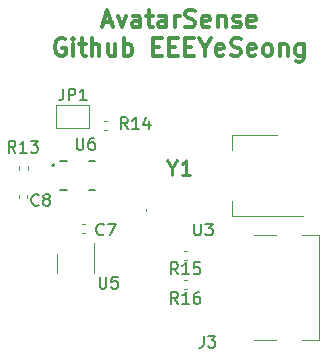
<source format=gbr>
%TF.GenerationSoftware,KiCad,Pcbnew,(6.0.7)*%
%TF.CreationDate,2025-06-10T03:21:35+09:00*%
%TF.ProjectId,AvatarSense,41766174-6172-4536-956e-73652e6b6963,rev?*%
%TF.SameCoordinates,Original*%
%TF.FileFunction,Legend,Top*%
%TF.FilePolarity,Positive*%
%FSLAX46Y46*%
G04 Gerber Fmt 4.6, Leading zero omitted, Abs format (unit mm)*
G04 Created by KiCad (PCBNEW (6.0.7)) date 2025-06-10 03:21:35*
%MOMM*%
%LPD*%
G01*
G04 APERTURE LIST*
%ADD10C,0.300000*%
%ADD11C,0.150000*%
%ADD12C,0.254000*%
%ADD13C,0.120000*%
%ADD14C,0.127000*%
%ADD15C,0.200000*%
%ADD16C,0.100000*%
G04 APERTURE END LIST*
D10*
X122160714Y-102042500D02*
X122875000Y-102042500D01*
X122017857Y-102471071D02*
X122517857Y-100971071D01*
X123017857Y-102471071D01*
X123375000Y-101471071D02*
X123732142Y-102471071D01*
X124089285Y-101471071D01*
X125303571Y-102471071D02*
X125303571Y-101685357D01*
X125232142Y-101542500D01*
X125089285Y-101471071D01*
X124803571Y-101471071D01*
X124660714Y-101542500D01*
X125303571Y-102399642D02*
X125160714Y-102471071D01*
X124803571Y-102471071D01*
X124660714Y-102399642D01*
X124589285Y-102256785D01*
X124589285Y-102113928D01*
X124660714Y-101971071D01*
X124803571Y-101899642D01*
X125160714Y-101899642D01*
X125303571Y-101828214D01*
X125803571Y-101471071D02*
X126375000Y-101471071D01*
X126017857Y-100971071D02*
X126017857Y-102256785D01*
X126089285Y-102399642D01*
X126232142Y-102471071D01*
X126375000Y-102471071D01*
X127517857Y-102471071D02*
X127517857Y-101685357D01*
X127446428Y-101542500D01*
X127303571Y-101471071D01*
X127017857Y-101471071D01*
X126875000Y-101542500D01*
X127517857Y-102399642D02*
X127375000Y-102471071D01*
X127017857Y-102471071D01*
X126875000Y-102399642D01*
X126803571Y-102256785D01*
X126803571Y-102113928D01*
X126875000Y-101971071D01*
X127017857Y-101899642D01*
X127375000Y-101899642D01*
X127517857Y-101828214D01*
X128232142Y-102471071D02*
X128232142Y-101471071D01*
X128232142Y-101756785D02*
X128303571Y-101613928D01*
X128375000Y-101542500D01*
X128517857Y-101471071D01*
X128660714Y-101471071D01*
X129089285Y-102399642D02*
X129303571Y-102471071D01*
X129660714Y-102471071D01*
X129803571Y-102399642D01*
X129875000Y-102328214D01*
X129946428Y-102185357D01*
X129946428Y-102042500D01*
X129875000Y-101899642D01*
X129803571Y-101828214D01*
X129660714Y-101756785D01*
X129375000Y-101685357D01*
X129232142Y-101613928D01*
X129160714Y-101542500D01*
X129089285Y-101399642D01*
X129089285Y-101256785D01*
X129160714Y-101113928D01*
X129232142Y-101042500D01*
X129375000Y-100971071D01*
X129732142Y-100971071D01*
X129946428Y-101042500D01*
X131160714Y-102399642D02*
X131017857Y-102471071D01*
X130732142Y-102471071D01*
X130589285Y-102399642D01*
X130517857Y-102256785D01*
X130517857Y-101685357D01*
X130589285Y-101542500D01*
X130732142Y-101471071D01*
X131017857Y-101471071D01*
X131160714Y-101542500D01*
X131232142Y-101685357D01*
X131232142Y-101828214D01*
X130517857Y-101971071D01*
X131875000Y-101471071D02*
X131875000Y-102471071D01*
X131875000Y-101613928D02*
X131946428Y-101542500D01*
X132089285Y-101471071D01*
X132303571Y-101471071D01*
X132446428Y-101542500D01*
X132517857Y-101685357D01*
X132517857Y-102471071D01*
X133160714Y-102399642D02*
X133303571Y-102471071D01*
X133589285Y-102471071D01*
X133732142Y-102399642D01*
X133803571Y-102256785D01*
X133803571Y-102185357D01*
X133732142Y-102042500D01*
X133589285Y-101971071D01*
X133375000Y-101971071D01*
X133232142Y-101899642D01*
X133160714Y-101756785D01*
X133160714Y-101685357D01*
X133232142Y-101542500D01*
X133375000Y-101471071D01*
X133589285Y-101471071D01*
X133732142Y-101542500D01*
X135017857Y-102399642D02*
X134875000Y-102471071D01*
X134589285Y-102471071D01*
X134446428Y-102399642D01*
X134375000Y-102256785D01*
X134375000Y-101685357D01*
X134446428Y-101542500D01*
X134589285Y-101471071D01*
X134875000Y-101471071D01*
X135017857Y-101542500D01*
X135089285Y-101685357D01*
X135089285Y-101828214D01*
X134375000Y-101971071D01*
X118910714Y-103457500D02*
X118767857Y-103386071D01*
X118553571Y-103386071D01*
X118339285Y-103457500D01*
X118196428Y-103600357D01*
X118124999Y-103743214D01*
X118053571Y-104028928D01*
X118053571Y-104243214D01*
X118124999Y-104528928D01*
X118196428Y-104671785D01*
X118339285Y-104814642D01*
X118553571Y-104886071D01*
X118696428Y-104886071D01*
X118910714Y-104814642D01*
X118982142Y-104743214D01*
X118982142Y-104243214D01*
X118696428Y-104243214D01*
X119624999Y-104886071D02*
X119624999Y-103886071D01*
X119624999Y-103386071D02*
X119553571Y-103457500D01*
X119624999Y-103528928D01*
X119696428Y-103457500D01*
X119624999Y-103386071D01*
X119624999Y-103528928D01*
X120124999Y-103886071D02*
X120696428Y-103886071D01*
X120339285Y-103386071D02*
X120339285Y-104671785D01*
X120410714Y-104814642D01*
X120553571Y-104886071D01*
X120696428Y-104886071D01*
X121196428Y-104886071D02*
X121196428Y-103386071D01*
X121839285Y-104886071D02*
X121839285Y-104100357D01*
X121767857Y-103957500D01*
X121624999Y-103886071D01*
X121410714Y-103886071D01*
X121267857Y-103957500D01*
X121196428Y-104028928D01*
X123196428Y-103886071D02*
X123196428Y-104886071D01*
X122553571Y-103886071D02*
X122553571Y-104671785D01*
X122624999Y-104814642D01*
X122767857Y-104886071D01*
X122982142Y-104886071D01*
X123124999Y-104814642D01*
X123196428Y-104743214D01*
X123910714Y-104886071D02*
X123910714Y-103386071D01*
X123910714Y-103957500D02*
X124053571Y-103886071D01*
X124339285Y-103886071D01*
X124482142Y-103957500D01*
X124553571Y-104028928D01*
X124624999Y-104171785D01*
X124624999Y-104600357D01*
X124553571Y-104743214D01*
X124482142Y-104814642D01*
X124339285Y-104886071D01*
X124053571Y-104886071D01*
X123910714Y-104814642D01*
X126410714Y-104100357D02*
X126910714Y-104100357D01*
X127124999Y-104886071D02*
X126410714Y-104886071D01*
X126410714Y-103386071D01*
X127124999Y-103386071D01*
X127767857Y-104100357D02*
X128267857Y-104100357D01*
X128482142Y-104886071D02*
X127767857Y-104886071D01*
X127767857Y-103386071D01*
X128482142Y-103386071D01*
X129124999Y-104100357D02*
X129624999Y-104100357D01*
X129839285Y-104886071D02*
X129124999Y-104886071D01*
X129124999Y-103386071D01*
X129839285Y-103386071D01*
X130767857Y-104171785D02*
X130767857Y-104886071D01*
X130267857Y-103386071D02*
X130767857Y-104171785D01*
X131267857Y-103386071D01*
X132339285Y-104814642D02*
X132196428Y-104886071D01*
X131910714Y-104886071D01*
X131767857Y-104814642D01*
X131696428Y-104671785D01*
X131696428Y-104100357D01*
X131767857Y-103957500D01*
X131910714Y-103886071D01*
X132196428Y-103886071D01*
X132339285Y-103957500D01*
X132410714Y-104100357D01*
X132410714Y-104243214D01*
X131696428Y-104386071D01*
X132982142Y-104814642D02*
X133196428Y-104886071D01*
X133553571Y-104886071D01*
X133696428Y-104814642D01*
X133767857Y-104743214D01*
X133839285Y-104600357D01*
X133839285Y-104457500D01*
X133767857Y-104314642D01*
X133696428Y-104243214D01*
X133553571Y-104171785D01*
X133267857Y-104100357D01*
X133124999Y-104028928D01*
X133053571Y-103957500D01*
X132982142Y-103814642D01*
X132982142Y-103671785D01*
X133053571Y-103528928D01*
X133124999Y-103457500D01*
X133267857Y-103386071D01*
X133624999Y-103386071D01*
X133839285Y-103457500D01*
X135053571Y-104814642D02*
X134910714Y-104886071D01*
X134625000Y-104886071D01*
X134482142Y-104814642D01*
X134410714Y-104671785D01*
X134410714Y-104100357D01*
X134482142Y-103957500D01*
X134625000Y-103886071D01*
X134910714Y-103886071D01*
X135053571Y-103957500D01*
X135125000Y-104100357D01*
X135125000Y-104243214D01*
X134410714Y-104386071D01*
X135982142Y-104886071D02*
X135839285Y-104814642D01*
X135767857Y-104743214D01*
X135696428Y-104600357D01*
X135696428Y-104171785D01*
X135767857Y-104028928D01*
X135839285Y-103957500D01*
X135982142Y-103886071D01*
X136196428Y-103886071D01*
X136339285Y-103957500D01*
X136410714Y-104028928D01*
X136482142Y-104171785D01*
X136482142Y-104600357D01*
X136410714Y-104743214D01*
X136339285Y-104814642D01*
X136196428Y-104886071D01*
X135982142Y-104886071D01*
X137125000Y-103886071D02*
X137125000Y-104886071D01*
X137125000Y-104028928D02*
X137196428Y-103957500D01*
X137339285Y-103886071D01*
X137553571Y-103886071D01*
X137696428Y-103957500D01*
X137767857Y-104100357D01*
X137767857Y-104886071D01*
X139125000Y-103886071D02*
X139125000Y-105100357D01*
X139053571Y-105243214D01*
X138982142Y-105314642D01*
X138839285Y-105386071D01*
X138625000Y-105386071D01*
X138482142Y-105314642D01*
X139125000Y-104814642D02*
X138982142Y-104886071D01*
X138696428Y-104886071D01*
X138553571Y-104814642D01*
X138482142Y-104743214D01*
X138410714Y-104600357D01*
X138410714Y-104171785D01*
X138482142Y-104028928D01*
X138553571Y-103957500D01*
X138696428Y-103886071D01*
X138982142Y-103886071D01*
X139125000Y-103957500D01*
D11*
%TO.C,JP1*%
X118766666Y-107652380D02*
X118766666Y-108366666D01*
X118719047Y-108509523D01*
X118623809Y-108604761D01*
X118480952Y-108652380D01*
X118385714Y-108652380D01*
X119242857Y-108652380D02*
X119242857Y-107652380D01*
X119623809Y-107652380D01*
X119719047Y-107700000D01*
X119766666Y-107747619D01*
X119814285Y-107842857D01*
X119814285Y-107985714D01*
X119766666Y-108080952D01*
X119719047Y-108128571D01*
X119623809Y-108176190D01*
X119242857Y-108176190D01*
X120766666Y-108652380D02*
X120195238Y-108652380D01*
X120480952Y-108652380D02*
X120480952Y-107652380D01*
X120385714Y-107795238D01*
X120290476Y-107890476D01*
X120195238Y-107938095D01*
%TO.C,J3*%
X130666666Y-128577380D02*
X130666666Y-129291666D01*
X130619047Y-129434523D01*
X130523809Y-129529761D01*
X130380952Y-129577380D01*
X130285714Y-129577380D01*
X131047619Y-128577380D02*
X131666666Y-128577380D01*
X131333333Y-128958333D01*
X131476190Y-128958333D01*
X131571428Y-129005952D01*
X131619047Y-129053571D01*
X131666666Y-129148809D01*
X131666666Y-129386904D01*
X131619047Y-129482142D01*
X131571428Y-129529761D01*
X131476190Y-129577380D01*
X131190476Y-129577380D01*
X131095238Y-129529761D01*
X131047619Y-129482142D01*
%TO.C,C8*%
X116708333Y-117482142D02*
X116660714Y-117529761D01*
X116517857Y-117577380D01*
X116422619Y-117577380D01*
X116279761Y-117529761D01*
X116184523Y-117434523D01*
X116136904Y-117339285D01*
X116089285Y-117148809D01*
X116089285Y-117005952D01*
X116136904Y-116815476D01*
X116184523Y-116720238D01*
X116279761Y-116625000D01*
X116422619Y-116577380D01*
X116517857Y-116577380D01*
X116660714Y-116625000D01*
X116708333Y-116672619D01*
X117279761Y-117005952D02*
X117184523Y-116958333D01*
X117136904Y-116910714D01*
X117089285Y-116815476D01*
X117089285Y-116767857D01*
X117136904Y-116672619D01*
X117184523Y-116625000D01*
X117279761Y-116577380D01*
X117470238Y-116577380D01*
X117565476Y-116625000D01*
X117613095Y-116672619D01*
X117660714Y-116767857D01*
X117660714Y-116815476D01*
X117613095Y-116910714D01*
X117565476Y-116958333D01*
X117470238Y-117005952D01*
X117279761Y-117005952D01*
X117184523Y-117053571D01*
X117136904Y-117101190D01*
X117089285Y-117196428D01*
X117089285Y-117386904D01*
X117136904Y-117482142D01*
X117184523Y-117529761D01*
X117279761Y-117577380D01*
X117470238Y-117577380D01*
X117565476Y-117529761D01*
X117613095Y-117482142D01*
X117660714Y-117386904D01*
X117660714Y-117196428D01*
X117613095Y-117101190D01*
X117565476Y-117053571D01*
X117470238Y-117005952D01*
%TO.C,R16*%
X128492142Y-125872380D02*
X128158809Y-125396190D01*
X127920714Y-125872380D02*
X127920714Y-124872380D01*
X128301666Y-124872380D01*
X128396904Y-124920000D01*
X128444523Y-124967619D01*
X128492142Y-125062857D01*
X128492142Y-125205714D01*
X128444523Y-125300952D01*
X128396904Y-125348571D01*
X128301666Y-125396190D01*
X127920714Y-125396190D01*
X129444523Y-125872380D02*
X128873095Y-125872380D01*
X129158809Y-125872380D02*
X129158809Y-124872380D01*
X129063571Y-125015238D01*
X128968333Y-125110476D01*
X128873095Y-125158095D01*
X130301666Y-124872380D02*
X130111190Y-124872380D01*
X130015952Y-124920000D01*
X129968333Y-124967619D01*
X129873095Y-125110476D01*
X129825476Y-125300952D01*
X129825476Y-125681904D01*
X129873095Y-125777142D01*
X129920714Y-125824761D01*
X130015952Y-125872380D01*
X130206428Y-125872380D01*
X130301666Y-125824761D01*
X130349285Y-125777142D01*
X130396904Y-125681904D01*
X130396904Y-125443809D01*
X130349285Y-125348571D01*
X130301666Y-125300952D01*
X130206428Y-125253333D01*
X130015952Y-125253333D01*
X129920714Y-125300952D01*
X129873095Y-125348571D01*
X129825476Y-125443809D01*
%TO.C,R14*%
X124232142Y-111077380D02*
X123898809Y-110601190D01*
X123660714Y-111077380D02*
X123660714Y-110077380D01*
X124041666Y-110077380D01*
X124136904Y-110125000D01*
X124184523Y-110172619D01*
X124232142Y-110267857D01*
X124232142Y-110410714D01*
X124184523Y-110505952D01*
X124136904Y-110553571D01*
X124041666Y-110601190D01*
X123660714Y-110601190D01*
X125184523Y-111077380D02*
X124613095Y-111077380D01*
X124898809Y-111077380D02*
X124898809Y-110077380D01*
X124803571Y-110220238D01*
X124708333Y-110315476D01*
X124613095Y-110363095D01*
X126041666Y-110410714D02*
X126041666Y-111077380D01*
X125803571Y-110029761D02*
X125565476Y-110744047D01*
X126184523Y-110744047D01*
%TO.C,C7*%
X122208333Y-119982142D02*
X122160714Y-120029761D01*
X122017857Y-120077380D01*
X121922619Y-120077380D01*
X121779761Y-120029761D01*
X121684523Y-119934523D01*
X121636904Y-119839285D01*
X121589285Y-119648809D01*
X121589285Y-119505952D01*
X121636904Y-119315476D01*
X121684523Y-119220238D01*
X121779761Y-119125000D01*
X121922619Y-119077380D01*
X122017857Y-119077380D01*
X122160714Y-119125000D01*
X122208333Y-119172619D01*
X122541666Y-119077380D02*
X123208333Y-119077380D01*
X122779761Y-120077380D01*
%TO.C,U6*%
X119913095Y-111817380D02*
X119913095Y-112626904D01*
X119960714Y-112722142D01*
X120008333Y-112769761D01*
X120103571Y-112817380D01*
X120294047Y-112817380D01*
X120389285Y-112769761D01*
X120436904Y-112722142D01*
X120484523Y-112626904D01*
X120484523Y-111817380D01*
X121389285Y-111817380D02*
X121198809Y-111817380D01*
X121103571Y-111865000D01*
X121055952Y-111912619D01*
X120960714Y-112055476D01*
X120913095Y-112245952D01*
X120913095Y-112626904D01*
X120960714Y-112722142D01*
X121008333Y-112769761D01*
X121103571Y-112817380D01*
X121294047Y-112817380D01*
X121389285Y-112769761D01*
X121436904Y-112722142D01*
X121484523Y-112626904D01*
X121484523Y-112388809D01*
X121436904Y-112293571D01*
X121389285Y-112245952D01*
X121294047Y-112198333D01*
X121103571Y-112198333D01*
X121008333Y-112245952D01*
X120960714Y-112293571D01*
X120913095Y-112388809D01*
%TO.C,U5*%
X121863095Y-123577380D02*
X121863095Y-124386904D01*
X121910714Y-124482142D01*
X121958333Y-124529761D01*
X122053571Y-124577380D01*
X122244047Y-124577380D01*
X122339285Y-124529761D01*
X122386904Y-124482142D01*
X122434523Y-124386904D01*
X122434523Y-123577380D01*
X123386904Y-123577380D02*
X122910714Y-123577380D01*
X122863095Y-124053571D01*
X122910714Y-124005952D01*
X123005952Y-123958333D01*
X123244047Y-123958333D01*
X123339285Y-124005952D01*
X123386904Y-124053571D01*
X123434523Y-124148809D01*
X123434523Y-124386904D01*
X123386904Y-124482142D01*
X123339285Y-124529761D01*
X123244047Y-124577380D01*
X123005952Y-124577380D01*
X122910714Y-124529761D01*
X122863095Y-124482142D01*
D12*
%TO.C,Y1*%
X128020238Y-114344761D02*
X128020238Y-114949523D01*
X127596904Y-113679523D02*
X128020238Y-114344761D01*
X128443571Y-113679523D01*
X129532142Y-114949523D02*
X128806428Y-114949523D01*
X129169285Y-114949523D02*
X129169285Y-113679523D01*
X129048333Y-113860952D01*
X128927380Y-113981904D01*
X128806428Y-114042380D01*
D11*
%TO.C,R13*%
X114732142Y-113077380D02*
X114398809Y-112601190D01*
X114160714Y-113077380D02*
X114160714Y-112077380D01*
X114541666Y-112077380D01*
X114636904Y-112125000D01*
X114684523Y-112172619D01*
X114732142Y-112267857D01*
X114732142Y-112410714D01*
X114684523Y-112505952D01*
X114636904Y-112553571D01*
X114541666Y-112601190D01*
X114160714Y-112601190D01*
X115684523Y-113077380D02*
X115113095Y-113077380D01*
X115398809Y-113077380D02*
X115398809Y-112077380D01*
X115303571Y-112220238D01*
X115208333Y-112315476D01*
X115113095Y-112363095D01*
X116017857Y-112077380D02*
X116636904Y-112077380D01*
X116303571Y-112458333D01*
X116446428Y-112458333D01*
X116541666Y-112505952D01*
X116589285Y-112553571D01*
X116636904Y-112648809D01*
X116636904Y-112886904D01*
X116589285Y-112982142D01*
X116541666Y-113029761D01*
X116446428Y-113077380D01*
X116160714Y-113077380D01*
X116065476Y-113029761D01*
X116017857Y-112982142D01*
%TO.C,R15*%
X128482142Y-123372380D02*
X128148809Y-122896190D01*
X127910714Y-123372380D02*
X127910714Y-122372380D01*
X128291666Y-122372380D01*
X128386904Y-122420000D01*
X128434523Y-122467619D01*
X128482142Y-122562857D01*
X128482142Y-122705714D01*
X128434523Y-122800952D01*
X128386904Y-122848571D01*
X128291666Y-122896190D01*
X127910714Y-122896190D01*
X129434523Y-123372380D02*
X128863095Y-123372380D01*
X129148809Y-123372380D02*
X129148809Y-122372380D01*
X129053571Y-122515238D01*
X128958333Y-122610476D01*
X128863095Y-122658095D01*
X130339285Y-122372380D02*
X129863095Y-122372380D01*
X129815476Y-122848571D01*
X129863095Y-122800952D01*
X129958333Y-122753333D01*
X130196428Y-122753333D01*
X130291666Y-122800952D01*
X130339285Y-122848571D01*
X130386904Y-122943809D01*
X130386904Y-123181904D01*
X130339285Y-123277142D01*
X130291666Y-123324761D01*
X130196428Y-123372380D01*
X129958333Y-123372380D01*
X129863095Y-123324761D01*
X129815476Y-123277142D01*
%TO.C,U3*%
X129863095Y-119077380D02*
X129863095Y-119886904D01*
X129910714Y-119982142D01*
X129958333Y-120029761D01*
X130053571Y-120077380D01*
X130244047Y-120077380D01*
X130339285Y-120029761D01*
X130386904Y-119982142D01*
X130434523Y-119886904D01*
X130434523Y-119077380D01*
X130815476Y-119077380D02*
X131434523Y-119077380D01*
X131101190Y-119458333D01*
X131244047Y-119458333D01*
X131339285Y-119505952D01*
X131386904Y-119553571D01*
X131434523Y-119648809D01*
X131434523Y-119886904D01*
X131386904Y-119982142D01*
X131339285Y-120029761D01*
X131244047Y-120077380D01*
X130958333Y-120077380D01*
X130863095Y-120029761D01*
X130815476Y-119982142D01*
D13*
%TO.C,JP1*%
X118200000Y-111000000D02*
X118200000Y-109000000D01*
X118200000Y-109000000D02*
X121000000Y-109000000D01*
X121000000Y-111000000D02*
X118200000Y-111000000D01*
X121000000Y-109000000D02*
X121000000Y-111000000D01*
%TO.C,J3*%
X134955000Y-128970000D02*
X136755000Y-128970000D01*
X134955000Y-120030000D02*
X136755000Y-120030000D01*
X140465000Y-120030000D02*
X139005000Y-120030000D01*
X140465000Y-128970000D02*
X139005000Y-128970000D01*
X140465000Y-120030000D02*
X140465000Y-128970000D01*
%TO.C,C8*%
X115735000Y-116662164D02*
X115735000Y-116877836D01*
X115015000Y-116662164D02*
X115015000Y-116877836D01*
%TO.C,R16*%
X129288641Y-124630000D02*
X128981359Y-124630000D01*
X129288641Y-123870000D02*
X128981359Y-123870000D01*
%TO.C,R14*%
X122211359Y-110370000D02*
X122518641Y-110370000D01*
X122211359Y-111130000D02*
X122518641Y-111130000D01*
%TO.C,C7*%
X120587836Y-119140000D02*
X120372164Y-119140000D01*
X120587836Y-119860000D02*
X120372164Y-119860000D01*
D14*
%TO.C,U6*%
X120945000Y-113750000D02*
X121500000Y-113750000D01*
X118500000Y-116250000D02*
X118500000Y-116195000D01*
X121500000Y-116250000D02*
X121500000Y-116195000D01*
X118500000Y-113750000D02*
X119055000Y-113750000D01*
X119055000Y-116250000D02*
X118500000Y-116250000D01*
X121500000Y-113750000D02*
X121500000Y-113805000D01*
X118500000Y-113750000D02*
X118500000Y-113805000D01*
X121500000Y-116250000D02*
X120945000Y-116250000D01*
D15*
X118031000Y-114150000D02*
G75*
G03*
X118031000Y-114150000I-100000J0D01*
G01*
D13*
%TO.C,U5*%
X121385000Y-122487500D02*
X121385000Y-123287500D01*
X118265000Y-122487500D02*
X118265000Y-123287500D01*
X121385000Y-122487500D02*
X121385000Y-120687500D01*
X118265000Y-122487500D02*
X118265000Y-121687500D01*
D16*
%TO.C,Y1*%
X125825000Y-118000000D02*
X125825000Y-118000000D01*
X125825000Y-117900000D02*
X125825000Y-117900000D01*
X125825000Y-118000000D02*
G75*
G03*
X125825000Y-117900000I0J50000D01*
G01*
X125825000Y-117900000D02*
G75*
G03*
X125825000Y-118000000I0J-50000D01*
G01*
D13*
%TO.C,R13*%
X114995000Y-114528641D02*
X114995000Y-114221359D01*
X115755000Y-114528641D02*
X115755000Y-114221359D01*
%TO.C,R15*%
X129278641Y-122130000D02*
X128971359Y-122130000D01*
X129278641Y-121370000D02*
X128971359Y-121370000D01*
%TO.C,U3*%
X133090000Y-111590000D02*
X133090000Y-112850000D01*
X133090000Y-118410000D02*
X133090000Y-117150000D01*
X139100000Y-118410000D02*
X133090000Y-118410000D01*
X136850000Y-111590000D02*
X133090000Y-111590000D01*
%TD*%
M02*

</source>
